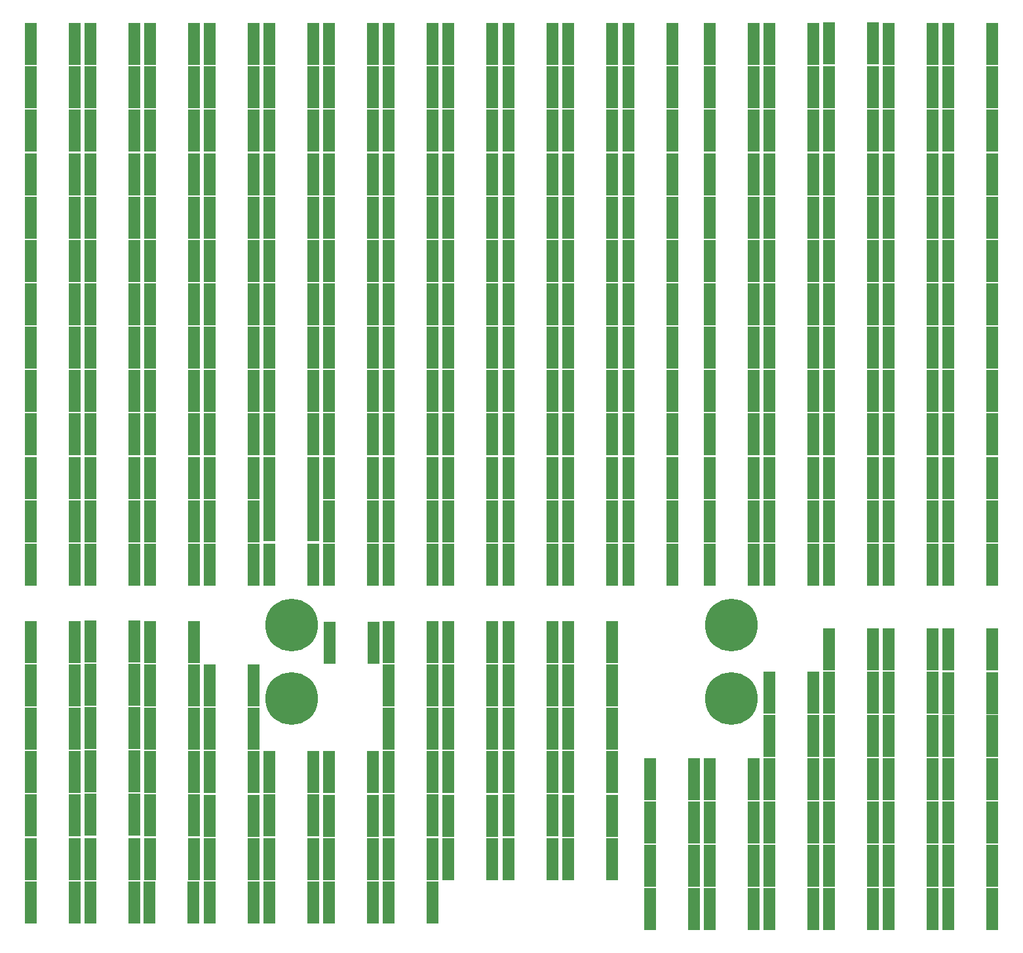
<source format=gbr>
G04 #@! TF.GenerationSoftware,KiCad,Pcbnew,(5.0.0)*
G04 #@! TF.CreationDate,2019-05-01T16:30:08-07:00*
G04 #@! TF.ProjectId,SSB Cap Board,5353422043617020426F6172642E6B69,rev?*
G04 #@! TF.SameCoordinates,Original*
G04 #@! TF.FileFunction,Soldermask,Bot*
G04 #@! TF.FilePolarity,Negative*
%FSLAX46Y46*%
G04 Gerber Fmt 4.6, Leading zero omitted, Abs format (unit mm)*
G04 Created by KiCad (PCBNEW (5.0.0)) date 05/01/19 16:30:08*
%MOMM*%
%LPD*%
G01*
G04 APERTURE LIST*
%ADD10R,1.650000X5.400000*%
%ADD11C,6.800000*%
%ADD12C,1.200000*%
G04 APERTURE END LIST*
D10*
G04 #@! TO.C,C342*
X-38995000Y-1805000D03*
X-33295000Y-1805000D03*
G04 #@! TD*
G04 #@! TO.C,C341*
X-41080365Y-1795000D03*
X-46780365Y-1795000D03*
G04 #@! TD*
G04 #@! TO.C,C340*
X-23595000Y3795000D03*
X-17895000Y3795000D03*
G04 #@! TD*
G04 #@! TO.C,C339*
X-10205000Y-1795000D03*
X-15905000Y-1795000D03*
G04 #@! TD*
G04 #@! TO.C,C338*
X-56405000Y41805000D03*
X-62105000Y41805000D03*
G04 #@! TD*
G04 #@! TO.C,C336*
X-25605000Y-1795000D03*
X-31305000Y-1795000D03*
G04 #@! TD*
G04 #@! TO.C,C335*
X-54395000Y26295000D03*
X-48695000Y26295000D03*
G04 #@! TD*
G04 #@! TO.C,C334*
X-41005000Y3805000D03*
X-46705000Y3805000D03*
G04 #@! TD*
G04 #@! TO.C,C333*
X-41005000Y31805000D03*
X-46705000Y31805000D03*
G04 #@! TD*
G04 #@! TO.C,C332*
X-23595000Y-1805000D03*
X-17895000Y-1805000D03*
G04 #@! TD*
G04 #@! TO.C,C376*
X-10205000Y3805000D03*
X-15905000Y3805000D03*
G04 #@! TD*
G04 #@! TO.C,C328*
X-56405000Y47405000D03*
X-62105000Y47405000D03*
G04 #@! TD*
G04 #@! TO.C,C327*
X-54395000Y97795000D03*
X-48695000Y97795000D03*
G04 #@! TD*
G04 #@! TO.C,C325*
X-54395000Y20695000D03*
X-48695000Y20695000D03*
G04 #@! TD*
G04 #@! TO.C,C324*
X-41005000Y9405000D03*
X-46705000Y9405000D03*
G04 #@! TD*
G04 #@! TO.C,C322*
X-54395000Y-1805000D03*
X-48695000Y-1805000D03*
G04 #@! TD*
G04 #@! TO.C,C321*
X-10205000Y9405000D03*
X-15905000Y9405000D03*
G04 #@! TD*
G04 #@! TO.C,C320*
X-56405000Y53005000D03*
X-62105000Y53005000D03*
G04 #@! TD*
G04 #@! TO.C,C319*
X-54395000Y92195000D03*
X-48695000Y92195000D03*
G04 #@! TD*
G04 #@! TO.C,C318*
X5295000Y41805000D03*
X-405000Y41805000D03*
G04 #@! TD*
G04 #@! TO.C,C317*
X-25605000Y9405000D03*
X-31305000Y9405000D03*
G04 #@! TD*
G04 #@! TO.C,C316*
X-54395000Y15095000D03*
X-48695000Y15095000D03*
G04 #@! TD*
G04 #@! TO.C,C331*
X-41005000Y15005000D03*
X-46705000Y15005000D03*
G04 #@! TD*
G04 #@! TO.C,C330*
X-38995000Y26195000D03*
X-33295000Y26195000D03*
G04 #@! TD*
G04 #@! TO.C,C329*
X5295000Y3805000D03*
X-405000Y3805000D03*
G04 #@! TD*
G04 #@! TO.C,C374*
X-10205000Y15005000D03*
X-15905000Y15005000D03*
G04 #@! TD*
G04 #@! TO.C,C373*
X-56405000Y58605000D03*
X-62105000Y58605000D03*
G04 #@! TD*
G04 #@! TO.C,C372*
X-54395000Y86595000D03*
X-48695000Y86595000D03*
G04 #@! TD*
G04 #@! TO.C,C371*
X7305000Y92195000D03*
X13005000Y92195000D03*
G04 #@! TD*
G04 #@! TO.C,C370*
X-54395000Y3795000D03*
X-48695000Y3795000D03*
G04 #@! TD*
G04 #@! TO.C,C369*
X5295000Y47405000D03*
X-405000Y47405000D03*
G04 #@! TD*
G04 #@! TO.C,C368*
X-8195000Y103395000D03*
X-2495000Y103395000D03*
G04 #@! TD*
G04 #@! TO.C,C367*
X-54395000Y9495000D03*
X-48695000Y9495000D03*
G04 #@! TD*
G04 #@! TO.C,C366*
X-41005000Y20605000D03*
X-46705000Y20605000D03*
G04 #@! TD*
G04 #@! TO.C,C365*
X-38995000Y20595000D03*
X-33295000Y20595000D03*
G04 #@! TD*
G04 #@! TO.C,C364*
X5295000Y9405000D03*
X-405000Y9405000D03*
G04 #@! TD*
G04 #@! TO.C,C363*
X-10205000Y20605000D03*
X-15905000Y20605000D03*
G04 #@! TD*
G04 #@! TO.C,C346*
X-56405000Y64205000D03*
X-62105000Y64205000D03*
G04 #@! TD*
G04 #@! TO.C,C344*
X-54395000Y80995000D03*
X-48695000Y80995000D03*
G04 #@! TD*
G04 #@! TO.C,C359*
X7305000Y86595000D03*
X13005000Y86595000D03*
G04 #@! TD*
G04 #@! TO.C,C358*
X5295000Y53005000D03*
X-405000Y53005000D03*
G04 #@! TD*
G04 #@! TO.C,C357*
X-8195000Y97795000D03*
X-2495000Y97795000D03*
G04 #@! TD*
G04 #@! TO.C,C356*
X-25605000Y15005000D03*
X-31305000Y15005000D03*
G04 #@! TD*
G04 #@! TO.C,C355*
X-56405000Y9405000D03*
X-62105000Y9405000D03*
G04 #@! TD*
G04 #@! TO.C,C354*
X-41005000Y26205000D03*
X-46705000Y26205000D03*
G04 #@! TD*
G04 #@! TO.C,C353*
X-38995000Y14995000D03*
X-33295000Y14995000D03*
G04 #@! TD*
G04 #@! TO.C,C352*
X5295000Y15005000D03*
X-405000Y15005000D03*
G04 #@! TD*
G04 #@! TO.C,C351*
X-10205000Y26205000D03*
X-15905000Y26205000D03*
G04 #@! TD*
G04 #@! TO.C,C350*
X-56405000Y69805000D03*
X-62105000Y69805000D03*
G04 #@! TD*
G04 #@! TO.C,C349*
X-54395000Y75395000D03*
X-48695000Y75395000D03*
G04 #@! TD*
G04 #@! TO.C,C348*
X7305000Y80995000D03*
X13005000Y80995000D03*
G04 #@! TD*
G04 #@! TO.C,C347*
X5295000Y58605000D03*
X-405000Y58605000D03*
G04 #@! TD*
G04 #@! TO.C,C362*
X-8195000Y92195000D03*
X-2495000Y92195000D03*
G04 #@! TD*
G04 #@! TO.C,C361*
X-10205000Y47405000D03*
X-15905000Y47405000D03*
G04 #@! TD*
G04 #@! TO.C,C360*
X-8195000Y31795000D03*
X-2495000Y31795000D03*
G04 #@! TD*
G04 #@! TO.C,C279*
X-56405000Y103405000D03*
X-62105000Y103405000D03*
G04 #@! TD*
G04 #@! TO.C,C278*
X7305000Y75395000D03*
X13005000Y75395000D03*
G04 #@! TD*
G04 #@! TO.C,C277*
X-8195000Y80995000D03*
X-2495000Y80995000D03*
G04 #@! TD*
G04 #@! TO.C,C276*
X7305000Y103395000D03*
X13005000Y103395000D03*
G04 #@! TD*
G04 #@! TO.C,C275*
X-23595000Y9395000D03*
X-17895000Y9395000D03*
G04 #@! TD*
G04 #@! TO.C,C274*
X-10205000Y41805000D03*
X-15905000Y41805000D03*
G04 #@! TD*
G04 #@! TO.C,C272*
X-54395000Y52995000D03*
X-48695000Y52995000D03*
G04 #@! TD*
G04 #@! TO.C,C271*
X7305000Y58595000D03*
X13005000Y58595000D03*
G04 #@! TD*
G04 #@! TO.C,C270*
X5295000Y81005000D03*
X-405000Y81005000D03*
G04 #@! TD*
G04 #@! TO.C,C269*
X-8195000Y69795000D03*
X-2495000Y69795000D03*
G04 #@! TD*
G04 #@! TO.C,C315*
X-10205000Y69805000D03*
X-15905000Y69805000D03*
G04 #@! TD*
G04 #@! TO.C,C267*
X-54395000Y103395000D03*
X-48695000Y103395000D03*
G04 #@! TD*
G04 #@! TO.C,C313*
X-8195000Y14995000D03*
X-2495000Y14995000D03*
G04 #@! TD*
G04 #@! TO.C,C312*
X5295000Y103405000D03*
X-405000Y103405000D03*
G04 #@! TD*
G04 #@! TO.C,C263*
X-10205000Y81005000D03*
X-15905000Y81005000D03*
G04 #@! TD*
G04 #@! TO.C,C256*
X7305000Y41795000D03*
X13005000Y41795000D03*
G04 #@! TD*
G04 #@! TO.C,C254*
X5295000Y97805000D03*
X-405000Y97805000D03*
G04 #@! TD*
G04 #@! TO.C,C253*
X-8195000Y52995000D03*
X-2495000Y52995000D03*
G04 #@! TD*
G04 #@! TO.C,C268*
X-10205000Y86605000D03*
X-15905000Y86605000D03*
G04 #@! TD*
G04 #@! TO.C,C307*
X-8195000Y108995000D03*
X-2495000Y108995000D03*
G04 #@! TD*
G04 #@! TO.C,C306*
X-8195000Y47395000D03*
X-2495000Y47395000D03*
G04 #@! TD*
G04 #@! TO.C,C305*
X-10205000Y92205000D03*
X-15905000Y92205000D03*
G04 #@! TD*
G04 #@! TO.C,C297*
X-8195000Y41795000D03*
X-2495000Y41795000D03*
G04 #@! TD*
G04 #@! TO.C,C280*
X-10205000Y97805000D03*
X-15905000Y97805000D03*
G04 #@! TD*
G04 #@! TO.C,C290*
X7305000Y97795000D03*
X13005000Y97795000D03*
G04 #@! TD*
G04 #@! TO.C,C288*
X-10205000Y103405000D03*
X-15905000Y103405000D03*
G04 #@! TD*
G04 #@! TO.C,C375*
X-54395000Y47395000D03*
X-48695000Y47395000D03*
G04 #@! TD*
G04 #@! TO.C,C441*
X-23595000Y103395000D03*
X-17895000Y103395000D03*
G04 #@! TD*
G04 #@! TO.C,C393*
X-38995000Y103395000D03*
X-33295000Y103395000D03*
G04 #@! TD*
G04 #@! TO.C,C391*
X-38995000Y108995000D03*
X-33295000Y108995000D03*
G04 #@! TD*
G04 #@! TO.C,C410*
X-23595000Y69795000D03*
X-17895000Y69795000D03*
G04 #@! TD*
G04 #@! TO.C,C408*
X-23595000Y41795000D03*
X-17895000Y41795000D03*
G04 #@! TD*
G04 #@! TO.C,C69*
X20795000Y86605000D03*
X15095000Y86605000D03*
G04 #@! TD*
G04 #@! TO.C,C67*
X7305000Y3795000D03*
X13005000Y3795000D03*
G04 #@! TD*
G04 #@! TO.C,C66*
X7305000Y26195000D03*
X13005000Y26195000D03*
G04 #@! TD*
G04 #@! TO.C,C65*
X20795000Y47405000D03*
X15095000Y47405000D03*
G04 #@! TD*
G04 #@! TO.C,C79*
X-25605000Y47511105D03*
X-31305000Y47511105D03*
G04 #@! TD*
G04 #@! TO.C,C124*
X-41005000Y47405000D03*
X-46705000Y47405000D03*
G04 #@! TD*
G04 #@! TO.C,C123*
X-38995000Y92195000D03*
X-33295000Y92195000D03*
G04 #@! TD*
G04 #@! TO.C,C122*
X20795000Y41805000D03*
X15095000Y41805000D03*
G04 #@! TD*
G04 #@! TO.C,C121*
X20795000Y103415470D03*
X15095000Y103415470D03*
G04 #@! TD*
G04 #@! TO.C,C117*
X-25605000Y92205000D03*
X-31305000Y92205000D03*
G04 #@! TD*
G04 #@! TO.C,C116*
X-25605000Y53005000D03*
X-31305000Y53005000D03*
G04 #@! TD*
G04 #@! TO.C,C115*
X-41005000Y53005000D03*
X-46705000Y53005000D03*
G04 #@! TD*
G04 #@! TO.C,C114*
X-38995000Y86595000D03*
X-33295000Y86595000D03*
G04 #@! TD*
G04 #@! TO.C,C113*
X-23504500Y31731500D03*
X-17804500Y31731500D03*
G04 #@! TD*
G04 #@! TO.C,C112*
X-25605000Y81005000D03*
X-31305000Y81005000D03*
G04 #@! TD*
G04 #@! TO.C,C111*
X-41005000Y81005000D03*
X-46705000Y81005000D03*
G04 #@! TD*
G04 #@! TO.C,C159*
X-38995000Y58595000D03*
X-33295000Y58595000D03*
G04 #@! TD*
G04 #@! TO.C,C109*
X20795000Y75405000D03*
X15095000Y75405000D03*
G04 #@! TD*
G04 #@! TO.C,C107*
X7305000Y20595000D03*
X13005000Y20595000D03*
G04 #@! TD*
G04 #@! TO.C,C104*
X7305000Y9395000D03*
X13005000Y9395000D03*
G04 #@! TD*
G04 #@! TO.C,C103*
X-25605000Y103405000D03*
X-31305000Y103405000D03*
G04 #@! TD*
G04 #@! TO.C,C102*
X-25605000Y64205000D03*
X-31305000Y64205000D03*
G04 #@! TD*
G04 #@! TO.C,C101*
X-41005000Y64205000D03*
X-46705000Y64205000D03*
G04 #@! TD*
G04 #@! TO.C,C100*
X-38995000Y75395000D03*
X-33295000Y75395000D03*
G04 #@! TD*
G04 #@! TO.C,C99*
X20795000Y58605000D03*
X15095000Y58605000D03*
G04 #@! TD*
G04 #@! TO.C,C98*
X-41005000Y103405000D03*
X-46705000Y103405000D03*
G04 #@! TD*
G04 #@! TO.C,C29*
X-10205000Y109005000D03*
X-15905000Y109005000D03*
G04 #@! TD*
G04 #@! TO.C,C28*
X7305000Y31795000D03*
X13005000Y31795000D03*
G04 #@! TD*
G04 #@! TO.C,C27*
X-8195000Y3795000D03*
X-2495000Y3795000D03*
G04 #@! TD*
G04 #@! TO.C,C26*
X-25605000Y41805000D03*
X-31305000Y41805000D03*
G04 #@! TD*
G04 #@! TO.C,C25*
X-41005000Y41805000D03*
X-46705000Y41805000D03*
G04 #@! TD*
G04 #@! TO.C,C24*
X-38995000Y97795000D03*
X-33295000Y97795000D03*
G04 #@! TD*
G04 #@! TO.C,C21*
X5295000Y109005000D03*
X-405000Y109005000D03*
G04 #@! TD*
G04 #@! TO.C,C20*
X-41005000Y69805000D03*
X-46705000Y69805000D03*
G04 #@! TD*
G04 #@! TO.C,C19*
X-38995000Y69795000D03*
X-33295000Y69795000D03*
G04 #@! TD*
G04 #@! TO.C,C18*
X20795000Y64205000D03*
X15095000Y64205000D03*
G04 #@! TD*
G04 #@! TO.C,C64*
X-41005000Y109005000D03*
X-46705000Y109005000D03*
G04 #@! TD*
G04 #@! TO.C,C5*
X-23595000Y108995000D03*
X-17895000Y108995000D03*
G04 #@! TD*
G04 #@! TO.C,C6*
X-25605000Y75405000D03*
X-31305000Y75405000D03*
G04 #@! TD*
G04 #@! TO.C,C7*
X-41005000Y75405000D03*
X-46705000Y75405000D03*
G04 #@! TD*
G04 #@! TO.C,C8*
X-38995000Y64195000D03*
X-33295000Y64195000D03*
G04 #@! TD*
G04 #@! TO.C,C9*
X20795000Y69805000D03*
X15095000Y69805000D03*
G04 #@! TD*
G04 #@! TO.C,C17*
X-56405000Y15005000D03*
X-62105000Y15005000D03*
G04 #@! TD*
G04 #@! TO.C,C58*
X-25605000Y86605000D03*
X-31305000Y86605000D03*
G04 #@! TD*
G04 #@! TO.C,C57*
X-38995000Y47395000D03*
X-33295000Y47395000D03*
G04 #@! TD*
G04 #@! TO.C,C56*
X-41005000Y86605000D03*
X-46705000Y86605000D03*
G04 #@! TD*
G04 #@! TO.C,C55*
X-38995000Y52995000D03*
X-33295000Y52995000D03*
G04 #@! TD*
G04 #@! TO.C,C54*
X20795000Y81005000D03*
X15095000Y81005000D03*
G04 #@! TD*
G04 #@! TO.C,C52*
X-25605000Y109005000D03*
X-31305000Y109005000D03*
G04 #@! TD*
G04 #@! TO.C,C30*
X-41005000Y92205000D03*
X-46705000Y92205000D03*
G04 #@! TD*
G04 #@! TO.C,C42*
X-25605000Y69805000D03*
X-31305000Y69805000D03*
G04 #@! TD*
G04 #@! TO.C,C218*
X-8195000Y58595000D03*
X-2495000Y58595000D03*
G04 #@! TD*
G04 #@! TO.C,C217*
X5295000Y92205000D03*
X-405000Y92205000D03*
G04 #@! TD*
G04 #@! TO.C,C216*
X7305000Y47395000D03*
X13005000Y47395000D03*
G04 #@! TD*
G04 #@! TO.C,C214*
X-54395000Y41795000D03*
X-48695000Y41795000D03*
G04 #@! TD*
G04 #@! TO.C,C210*
X-8195000Y9395000D03*
X-2495000Y9395000D03*
G04 #@! TD*
G04 #@! TO.C,C208*
X-10205000Y75405000D03*
X-15905000Y75405000D03*
G04 #@! TD*
G04 #@! TO.C,C207*
X-8195000Y64195000D03*
X-2495000Y64195000D03*
G04 #@! TD*
G04 #@! TO.C,C206*
X5295000Y86605000D03*
X-405000Y86605000D03*
G04 #@! TD*
G04 #@! TO.C,C205*
X7305000Y52995000D03*
X13005000Y52995000D03*
G04 #@! TD*
G04 #@! TO.C,C202*
X-56405000Y97805000D03*
X-62105000Y97805000D03*
G04 #@! TD*
G04 #@! TO.C,C204*
X-8195000Y20595000D03*
X-2495000Y20595000D03*
G04 #@! TD*
G04 #@! TO.C,C250*
X-54395000Y108995000D03*
X-48695000Y108995000D03*
G04 #@! TD*
G04 #@! TO.C,C249*
X-10205000Y64205000D03*
X-15905000Y64205000D03*
G04 #@! TD*
G04 #@! TO.C,C248*
X-8195000Y75395000D03*
X-2495000Y75395000D03*
G04 #@! TD*
G04 #@! TO.C,C247*
X5295000Y75405000D03*
X-405000Y75405000D03*
G04 #@! TD*
G04 #@! TO.C,C246*
X7305000Y64195000D03*
X13005000Y64195000D03*
G04 #@! TD*
G04 #@! TO.C,C245*
X-54395000Y58595000D03*
X-48695000Y58595000D03*
G04 #@! TD*
G04 #@! TO.C,C244*
X-56405000Y86605000D03*
X-62105000Y86605000D03*
G04 #@! TD*
G04 #@! TO.C,C243*
X-23595000Y14995000D03*
X-17895000Y14995000D03*
G04 #@! TD*
G04 #@! TO.C,C242*
X7305000Y108995000D03*
X13005000Y108995000D03*
G04 #@! TD*
G04 #@! TO.C,C241*
X5295000Y31805000D03*
X-405000Y31805000D03*
G04 #@! TD*
G04 #@! TO.C,C240*
X-8195000Y26195000D03*
X-2495000Y26195000D03*
G04 #@! TD*
G04 #@! TO.C,C238*
X-10205000Y58605000D03*
X-15905000Y58605000D03*
G04 #@! TD*
G04 #@! TO.C,C219*
X5295000Y69805000D03*
X-405000Y69805000D03*
G04 #@! TD*
G04 #@! TO.C,C235*
X7305000Y69795000D03*
X13005000Y69795000D03*
G04 #@! TD*
G04 #@! TO.C,C234*
X-54395000Y64195000D03*
X-48695000Y64195000D03*
G04 #@! TD*
G04 #@! TO.C,C233*
X-56405000Y81005000D03*
X-62105000Y81005000D03*
G04 #@! TD*
G04 #@! TO.C,C231*
X5295000Y26205000D03*
X-405000Y26205000D03*
G04 #@! TD*
G04 #@! TO.C,C230*
X-56405000Y92205000D03*
X-62105000Y92205000D03*
G04 #@! TD*
G04 #@! TO.C,C229*
X-38995000Y9395000D03*
X-33295000Y9395000D03*
G04 #@! TD*
G04 #@! TO.C,C228*
X5295000Y20605000D03*
X-405000Y20605000D03*
G04 #@! TD*
G04 #@! TO.C,C227*
X-10205000Y31805000D03*
X-15905000Y31805000D03*
G04 #@! TD*
G04 #@! TO.C,C226*
X-56405000Y75405000D03*
X-62105000Y75405000D03*
G04 #@! TD*
G04 #@! TO.C,C225*
X-54395000Y69795000D03*
X-48695000Y69795000D03*
G04 #@! TD*
G04 #@! TO.C,C224*
X5295000Y64205000D03*
X-405000Y64205000D03*
G04 #@! TD*
G04 #@! TO.C,C223*
X-8195000Y86595000D03*
X-2495000Y86595000D03*
G04 #@! TD*
G04 #@! TO.C,C222*
X-10205000Y53005000D03*
X-15905000Y53005000D03*
G04 #@! TD*
G04 #@! TO.C,C237*
X-56405000Y109005000D03*
X-62105000Y109005000D03*
G04 #@! TD*
G04 #@! TO.C,C220*
X-38995000Y3795000D03*
X-33295000Y3795000D03*
G04 #@! TD*
G04 #@! TO.C,C151*
X-38995000Y41795000D03*
X-33295000Y41795000D03*
G04 #@! TD*
G04 #@! TO.C,C150*
X20795000Y97805000D03*
X15095000Y97805000D03*
G04 #@! TD*
G04 #@! TO.C,C130*
X20795000Y92205000D03*
X15095000Y92205000D03*
G04 #@! TD*
G04 #@! TO.C,C129*
X20795000Y109005000D03*
X15095000Y109005000D03*
G04 #@! TD*
G04 #@! TO.C,C141*
X7305000Y14995000D03*
X13005000Y14995000D03*
G04 #@! TD*
G04 #@! TO.C,C187*
X-25605000Y97805000D03*
X-31305000Y97805000D03*
G04 #@! TD*
G04 #@! TO.C,C186*
X-25605000Y58605000D03*
X-31305000Y58605000D03*
G04 #@! TD*
G04 #@! TO.C,C185*
X-41005000Y58605000D03*
X-46705000Y58605000D03*
G04 #@! TD*
G04 #@! TO.C,C184*
X-38995000Y80995000D03*
X-33295000Y80995000D03*
G04 #@! TD*
G04 #@! TO.C,C183*
X20795000Y53005000D03*
X15095000Y53005000D03*
G04 #@! TD*
G04 #@! TO.C,C182*
X-41005000Y97805000D03*
X-46705000Y97805000D03*
G04 #@! TD*
G04 #@! TO.C,C181*
X-56405000Y20605000D03*
X-62105000Y20605000D03*
G04 #@! TD*
G04 #@! TO.C,C221*
X-25605000Y3805000D03*
X-31305000Y3805000D03*
G04 #@! TD*
G04 #@! TO.C,C345*
X-56405000Y3805000D03*
X-62105000Y3805000D03*
G04 #@! TD*
G04 #@! TO.C,C236*
X-54395000Y31895000D03*
X-48695000Y31895000D03*
G04 #@! TD*
G04 #@! TO.C,C844*
X54395000Y19705000D03*
X48695000Y19705000D03*
G04 #@! TD*
G04 #@! TO.C,C843*
X56405000Y19695000D03*
X62105000Y19695000D03*
G04 #@! TD*
G04 #@! TO.C,C842*
X41005000Y75395000D03*
X46705000Y75395000D03*
G04 #@! TD*
G04 #@! TO.C,C836*
X38995000Y2905000D03*
X33295000Y2905000D03*
G04 #@! TD*
G04 #@! TO.C,C815*
X41005000Y69795000D03*
X46705000Y69795000D03*
G04 #@! TD*
G04 #@! TO.C,C829*
X54395000Y25305000D03*
X48695000Y25305000D03*
G04 #@! TD*
G04 #@! TO.C,C828*
X41005000Y-2705000D03*
X46705000Y-2705000D03*
G04 #@! TD*
G04 #@! TO.C,C826*
X25605000Y103395000D03*
X31305000Y103395000D03*
G04 #@! TD*
G04 #@! TO.C,C824*
X25605000Y69795000D03*
X31305000Y69795000D03*
G04 #@! TD*
G04 #@! TO.C,C823*
X41005000Y19695000D03*
X46705000Y19695000D03*
G04 #@! TD*
G04 #@! TO.C,C822*
X38995000Y8505000D03*
X33295000Y8505000D03*
G04 #@! TD*
G04 #@! TO.C,C821*
X25605000Y64195000D03*
X31305000Y64195000D03*
G04 #@! TD*
G04 #@! TO.C,C817*
X41005000Y97795000D03*
X46705000Y97795000D03*
G04 #@! TD*
G04 #@! TO.C,C816*
X41005000Y103395000D03*
X46705000Y103395000D03*
G04 #@! TD*
G04 #@! TO.C,C831*
X54395000Y-2695000D03*
X48695000Y-2695000D03*
G04 #@! TD*
G04 #@! TO.C,C875*
X41005000Y25295000D03*
X46705000Y25295000D03*
G04 #@! TD*
G04 #@! TO.C,C874*
X41005000Y92195000D03*
X46705000Y92195000D03*
G04 #@! TD*
G04 #@! TO.C,C873*
X54395000Y2905000D03*
X48695000Y2905000D03*
G04 #@! TD*
G04 #@! TO.C,C871*
X23595000Y2905000D03*
X17895000Y2905000D03*
G04 #@! TD*
G04 #@! TO.C,C869*
X41005000Y109095000D03*
X46705000Y109095000D03*
G04 #@! TD*
G04 #@! TO.C,C868*
X38995000Y109005000D03*
X33295000Y109005000D03*
G04 #@! TD*
G04 #@! TO.C,C867*
X41005000Y30895000D03*
X46705000Y30895000D03*
G04 #@! TD*
G04 #@! TO.C,C866*
X38995000Y-2695000D03*
X33295000Y-2695000D03*
G04 #@! TD*
G04 #@! TO.C,C865*
X25605000Y75395000D03*
X31305000Y75395000D03*
G04 #@! TD*
G04 #@! TO.C,C863*
X56405000Y108995000D03*
X62105000Y108995000D03*
G04 #@! TD*
G04 #@! TO.C,C854*
X41005000Y58595000D03*
X46705000Y58595000D03*
G04 #@! TD*
G04 #@! TO.C,C853*
X56405000Y2895000D03*
X62105000Y2895000D03*
G04 #@! TD*
G04 #@! TO.C,C852*
X25605000Y86595000D03*
X31305000Y86595000D03*
G04 #@! TD*
G04 #@! TO.C,C851*
X56405000Y-2705000D03*
X62105000Y-2705000D03*
G04 #@! TD*
G04 #@! TO.C,C850*
X25605000Y92195000D03*
X31305000Y92195000D03*
G04 #@! TD*
G04 #@! TO.C,C814*
X41005000Y64195000D03*
X46705000Y64195000D03*
G04 #@! TD*
G04 #@! TO.C,C812*
X56405000Y8495000D03*
X62105000Y8495000D03*
G04 #@! TD*
G04 #@! TO.C,C811*
X54395000Y30905000D03*
X48695000Y30905000D03*
G04 #@! TD*
G04 #@! TO.C,C810*
X25605000Y97795000D03*
X31305000Y97795000D03*
G04 #@! TD*
G04 #@! TO.C,C809*
X25605000Y41795000D03*
X31305000Y41795000D03*
G04 #@! TD*
G04 #@! TO.C,C808*
X23595000Y14105000D03*
X17895000Y14105000D03*
G04 #@! TD*
G04 #@! TO.C,C807*
X25605000Y80995000D03*
X31305000Y80995000D03*
G04 #@! TD*
G04 #@! TO.C,C804*
X41005000Y2895000D03*
X46705000Y2895000D03*
G04 #@! TD*
G04 #@! TO.C,C803*
X38995000Y25305000D03*
X33295000Y25305000D03*
G04 #@! TD*
G04 #@! TO.C,C802*
X25605000Y47395000D03*
X31305000Y47395000D03*
G04 #@! TD*
G04 #@! TO.C,C861*
X56405000Y103395000D03*
X62105000Y103395000D03*
G04 #@! TD*
G04 #@! TO.C,C968*
X56405000Y14095000D03*
X62105000Y14095000D03*
G04 #@! TD*
G04 #@! TO.C,C964*
X56405000Y97795000D03*
X62105000Y97795000D03*
G04 #@! TD*
G04 #@! TO.C,C963*
X23595000Y8505000D03*
X17895000Y8505000D03*
G04 #@! TD*
G04 #@! TO.C,C962*
X54395000Y41805000D03*
X48695000Y41805000D03*
G04 #@! TD*
G04 #@! TO.C,C953*
X56405000Y92195000D03*
X62105000Y92195000D03*
G04 #@! TD*
G04 #@! TO.C,C951*
X41005000Y41795000D03*
X46705000Y41795000D03*
G04 #@! TD*
G04 #@! TO.C,C950*
X38995000Y41805000D03*
X33295000Y41805000D03*
G04 #@! TD*
G04 #@! TO.C,C948*
X54395000Y69805000D03*
X48695000Y69805000D03*
G04 #@! TD*
G04 #@! TO.C,C947*
X56405000Y58595000D03*
X62105000Y58595000D03*
G04 #@! TD*
G04 #@! TO.C,C946*
X54395000Y81005000D03*
X48695000Y81005000D03*
G04 #@! TD*
G04 #@! TO.C,C945*
X38995000Y75405000D03*
X33295000Y75405000D03*
G04 #@! TD*
G04 #@! TO.C,C944*
X25605000Y-2705000D03*
X31305000Y-2705000D03*
G04 #@! TD*
G04 #@! TO.C,C941*
X56405000Y52995000D03*
X62105000Y52995000D03*
G04 #@! TD*
G04 #@! TO.C,C940*
X54395000Y86605000D03*
X48695000Y86605000D03*
G04 #@! TD*
G04 #@! TO.C,C876*
X38995000Y81005000D03*
X33295000Y81005000D03*
G04 #@! TD*
G04 #@! TO.C,C999*
X54395000Y109005000D03*
X48695000Y109005000D03*
G04 #@! TD*
G04 #@! TO.C,C998*
X54395000Y47405000D03*
X48695000Y47405000D03*
G04 #@! TD*
G04 #@! TO.C,C992*
X56405000Y86595000D03*
X62105000Y86595000D03*
G04 #@! TD*
G04 #@! TO.C,C991*
X54395000Y53005000D03*
X48695000Y53005000D03*
G04 #@! TD*
G04 #@! TO.C,C990*
X38995000Y47405000D03*
X33295000Y47405000D03*
G04 #@! TD*
G04 #@! TO.C,C980*
X56405000Y80995000D03*
X62105000Y80995000D03*
G04 #@! TD*
G04 #@! TO.C,C979*
X54395000Y58605000D03*
X48695000Y58605000D03*
G04 #@! TD*
G04 #@! TO.C,C978*
X38995000Y53005000D03*
X33295000Y53005000D03*
G04 #@! TD*
G04 #@! TO.C,C977*
X25605000Y14095000D03*
X31305000Y14095000D03*
G04 #@! TD*
G04 #@! TO.C,C971*
X41005000Y52995000D03*
X46705000Y52995000D03*
G04 #@! TD*
G04 #@! TO.C,C902*
X56405000Y75395000D03*
X62105000Y75395000D03*
G04 #@! TD*
G04 #@! TO.C,C901*
X56405000Y64195000D03*
X62105000Y64195000D03*
G04 #@! TD*
G04 #@! TO.C,C900*
X54395000Y75405000D03*
X48695000Y75405000D03*
G04 #@! TD*
G04 #@! TO.C,C899*
X38995000Y69805000D03*
X33295000Y69805000D03*
G04 #@! TD*
G04 #@! TO.C,C898*
X25605000Y2895000D03*
X31305000Y2895000D03*
G04 #@! TD*
G04 #@! TO.C,C895*
X41005000Y47395000D03*
X46705000Y47395000D03*
G04 #@! TD*
G04 #@! TO.C,C937*
X25605000Y58595000D03*
X31305000Y58595000D03*
G04 #@! TD*
G04 #@! TO.C,C889*
X38995000Y14105000D03*
X33295000Y14105000D03*
G04 #@! TD*
G04 #@! TO.C,C888*
X41005000Y14095000D03*
X46705000Y14095000D03*
G04 #@! TD*
G04 #@! TO.C,C887*
X54395000Y8505000D03*
X48695000Y8505000D03*
G04 #@! TD*
G04 #@! TO.C,C885*
X41005000Y86595000D03*
X46705000Y86595000D03*
G04 #@! TD*
G04 #@! TO.C,C879*
X25605000Y52995000D03*
X31305000Y52995000D03*
G04 #@! TD*
G04 #@! TO.C,C878*
X38995000Y19705000D03*
X33295000Y19705000D03*
G04 #@! TD*
G04 #@! TO.C,C877*
X41005000Y8495000D03*
X46705000Y8495000D03*
G04 #@! TD*
G04 #@! TO.C,C892*
X54395000Y14105000D03*
X48695000Y14105000D03*
G04 #@! TD*
G04 #@! TO.C,C891*
X56405000Y25195000D03*
X62105000Y25195000D03*
G04 #@! TD*
G04 #@! TO.C,C890*
X41005000Y80995000D03*
X46705000Y80995000D03*
G04 #@! TD*
G04 #@! TO.C,C933*
X56405000Y30895000D03*
X62105000Y30895000D03*
G04 #@! TD*
G04 #@! TO.C,C932*
X54395000Y92205000D03*
X48695000Y92205000D03*
G04 #@! TD*
G04 #@! TO.C,C931*
X38995000Y86605000D03*
X33295000Y86605000D03*
G04 #@! TD*
G04 #@! TO.C,C929*
X56405000Y41795000D03*
X62105000Y41795000D03*
G04 #@! TD*
G04 #@! TO.C,C928*
X54395000Y97805000D03*
X48695000Y97805000D03*
G04 #@! TD*
G04 #@! TO.C,C927*
X38995000Y92205000D03*
X33295000Y92205000D03*
G04 #@! TD*
G04 #@! TO.C,C925*
X54395000Y103405000D03*
X48695000Y103405000D03*
G04 #@! TD*
G04 #@! TO.C,C924*
X38995000Y97805000D03*
X33295000Y97805000D03*
G04 #@! TD*
G04 #@! TO.C,C922*
X38995000Y103405000D03*
X33295000Y103405000D03*
G04 #@! TD*
G04 #@! TO.C,C920*
X56405000Y47395000D03*
X62105000Y47395000D03*
G04 #@! TD*
G04 #@! TO.C,C917*
X54395000Y64205000D03*
X48695000Y64205000D03*
G04 #@! TD*
G04 #@! TO.C,C916*
X38995000Y58605000D03*
X33295000Y58605000D03*
G04 #@! TD*
G04 #@! TO.C,C910*
X23595000Y-2695000D03*
X17895000Y-2695000D03*
G04 #@! TD*
G04 #@! TO.C,C909*
X56405000Y69795000D03*
X62105000Y69795000D03*
G04 #@! TD*
G04 #@! TO.C,C907*
X38995000Y64205000D03*
X33295000Y64205000D03*
G04 #@! TD*
G04 #@! TO.C,C906*
X25605000Y8495000D03*
X31305000Y8495000D03*
G04 #@! TD*
G04 #@! TO.C,C592*
X-23595000Y64195000D03*
X-17895000Y64195000D03*
G04 #@! TD*
G04 #@! TO.C,C585*
X-23595000Y52995000D03*
X-17895000Y52995000D03*
G04 #@! TD*
G04 #@! TO.C,C583*
X-23595000Y47395000D03*
X-17895000Y47395000D03*
G04 #@! TD*
G04 #@! TO.C,C578*
X-23595000Y58595000D03*
X-17895000Y58595000D03*
G04 #@! TD*
G04 #@! TO.C,C599*
X-23595000Y92195000D03*
X-17895000Y92195000D03*
G04 #@! TD*
G04 #@! TO.C,C565*
X-23595000Y80995000D03*
X-17895000Y80995000D03*
G04 #@! TD*
G04 #@! TO.C,C559*
X-23595000Y86595000D03*
X-17895000Y86595000D03*
G04 #@! TD*
G04 #@! TO.C,C554*
X-23595000Y75395000D03*
X-17895000Y75395000D03*
G04 #@! TD*
G04 #@! TO.C,C701*
X-56405000Y26205000D03*
X-62105000Y26205000D03*
G04 #@! TD*
G04 #@! TO.C,C693*
X-56405000Y31805000D03*
X-62105000Y31805000D03*
G04 #@! TD*
G04 #@! TO.C,C518*
X-23595000Y97795000D03*
X-17895000Y97795000D03*
G04 #@! TD*
G04 #@! TO.C,C923*
X25605000Y108995000D03*
X31305000Y108995000D03*
G04 #@! TD*
G04 #@! TO.C,C681*
X-56405000Y-1795000D03*
X-62105000Y-1795000D03*
G04 #@! TD*
D11*
G04 #@! TO.C,TP3*
X28400000Y34000000D03*
D12*
X30800000Y34000000D03*
X30097056Y32302944D03*
X28400000Y31600000D03*
X26702944Y32302944D03*
X26000000Y34000000D03*
X26702944Y35697056D03*
X28400000Y36400000D03*
X30097056Y35697056D03*
G04 #@! TD*
D11*
G04 #@! TO.C,TP4*
X28400000Y24500000D03*
D12*
X30800000Y24500000D03*
X30097056Y22802944D03*
X28400000Y22100000D03*
X26702944Y22802944D03*
X26000000Y24500000D03*
X26702944Y26197056D03*
X28400000Y26900000D03*
X30097056Y26197056D03*
G04 #@! TD*
D11*
G04 #@! TO.C,TP1*
X-28400000Y34000000D03*
D12*
X-26000000Y34000000D03*
X-26702944Y32302944D03*
X-28400000Y31600000D03*
X-30097056Y32302944D03*
X-30800000Y34000000D03*
X-30097056Y35697056D03*
X-28400000Y36400000D03*
X-26702944Y35697056D03*
G04 #@! TD*
D11*
G04 #@! TO.C,TP2*
X-28400000Y24500000D03*
D12*
X-26000000Y24500000D03*
X-26702944Y22802944D03*
X-28400000Y22100000D03*
X-30097056Y22802944D03*
X-30800000Y24500000D03*
X-30097056Y26197056D03*
X-28400000Y26900000D03*
X-26702944Y26197056D03*
G04 #@! TD*
M02*

</source>
